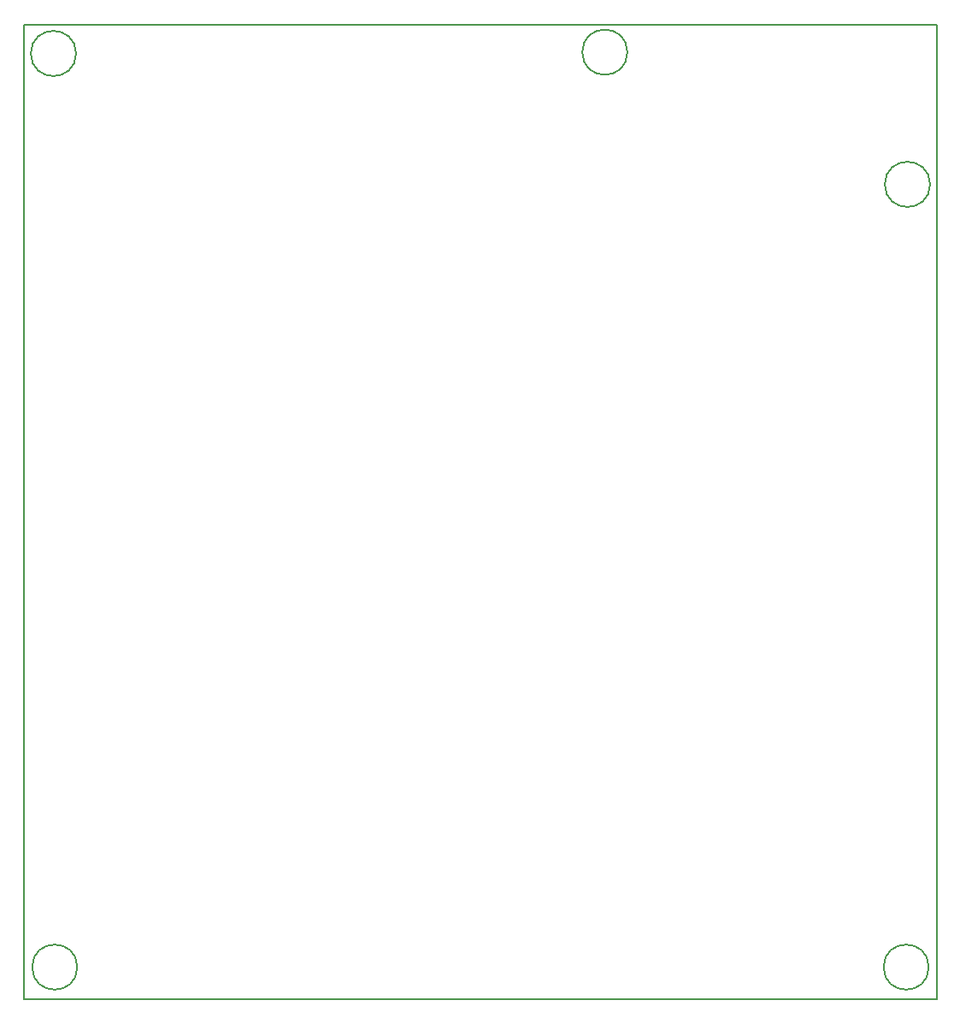
<source format=gbr>
G04 #@! TF.FileFunction,Profile,NP*
%FSLAX46Y46*%
G04 Gerber Fmt 4.6, Leading zero omitted, Abs format (unit mm)*
G04 Created by KiCad (PCBNEW 4.0.6) date 07/14/17 02:25:24*
%MOMM*%
%LPD*%
G01*
G04 APERTURE LIST*
%ADD10C,0.100000*%
%ADD11C,0.150000*%
G04 APERTURE END LIST*
D10*
D11*
X120505068Y-27211000D02*
G75*
G03X120505068Y-27211000I-2236068J0D01*
G01*
X205087068Y-40165000D02*
G75*
G03X205087068Y-40165000I-2236068J0D01*
G01*
X175115068Y-27084000D02*
G75*
G03X175115068Y-27084000I-2236068J0D01*
G01*
X204960068Y-117635000D02*
G75*
G03X204960068Y-117635000I-2236068J0D01*
G01*
X120632068Y-117635000D02*
G75*
G03X120632068Y-117635000I-2236068J0D01*
G01*
X205740000Y-24384000D02*
X205740000Y-25019000D01*
X115316000Y-24384000D02*
X205740000Y-24384000D01*
X115316000Y-120777000D02*
X115316000Y-24384000D01*
X205740000Y-120777000D02*
X115316000Y-120777000D01*
X205740000Y-24638000D02*
X205740000Y-120777000D01*
M02*

</source>
